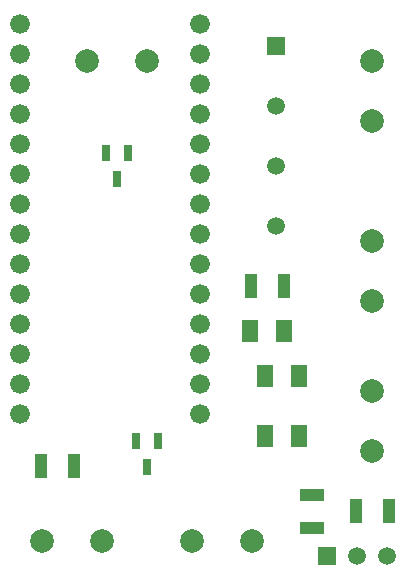
<source format=gts>
G75*
%MOIN*%
%OFA0B0*%
%FSLAX25Y25*%
%IPPOS*%
%LPD*%
%AMOC8*
5,1,8,0,0,1.08239X$1,22.5*
%
%ADD10R,0.04400X0.07900*%
%ADD11C,0.07887*%
%ADD12R,0.07900X0.04400*%
%ADD13R,0.05950X0.05950*%
%ADD14C,0.05950*%
%ADD15R,0.05200X0.07700*%
%ADD16C,0.06600*%
%ADD17R,0.02900X0.05400*%
D10*
X0020500Y0046000D03*
X0031500Y0046000D03*
X0090500Y0106000D03*
X0101500Y0106000D03*
X0125500Y0031000D03*
X0136500Y0031000D03*
D11*
X0021000Y0021000D03*
X0041000Y0021000D03*
X0071000Y0021000D03*
X0091000Y0021000D03*
X0131000Y0051000D03*
X0131000Y0071000D03*
X0131000Y0101000D03*
X0131000Y0121000D03*
X0131000Y0161000D03*
X0131000Y0181000D03*
X0056000Y0181000D03*
X0036000Y0181000D03*
D12*
X0111000Y0036500D03*
X0111000Y0025500D03*
D13*
X0116000Y0016000D03*
X0099000Y0186000D03*
D14*
X0099000Y0166000D03*
X0099000Y0146000D03*
X0099000Y0126000D03*
X0126000Y0016000D03*
X0136000Y0016000D03*
D15*
X0106800Y0056000D03*
X0095200Y0056000D03*
X0095200Y0076000D03*
X0106800Y0076000D03*
X0101800Y0091000D03*
X0090200Y0091000D03*
D16*
X0073500Y0093500D03*
X0073500Y0083500D03*
X0073500Y0073500D03*
X0073500Y0063500D03*
X0073500Y0103500D03*
X0073500Y0113500D03*
X0073500Y0123500D03*
X0073500Y0133500D03*
X0073500Y0143500D03*
X0073500Y0153500D03*
X0073500Y0163500D03*
X0073500Y0173500D03*
X0073500Y0183500D03*
X0073500Y0193500D03*
X0013500Y0193500D03*
X0013500Y0183500D03*
X0013500Y0173500D03*
X0013500Y0163500D03*
X0013500Y0153500D03*
X0013500Y0143500D03*
X0013500Y0133500D03*
X0013500Y0123500D03*
X0013500Y0113500D03*
X0013500Y0103500D03*
X0013500Y0093500D03*
X0013500Y0083500D03*
X0013500Y0073500D03*
X0013500Y0063500D03*
D17*
X0052300Y0054300D03*
X0056000Y0045700D03*
X0059700Y0054300D03*
X0046000Y0141700D03*
X0042300Y0150300D03*
X0049700Y0150300D03*
M02*

</source>
